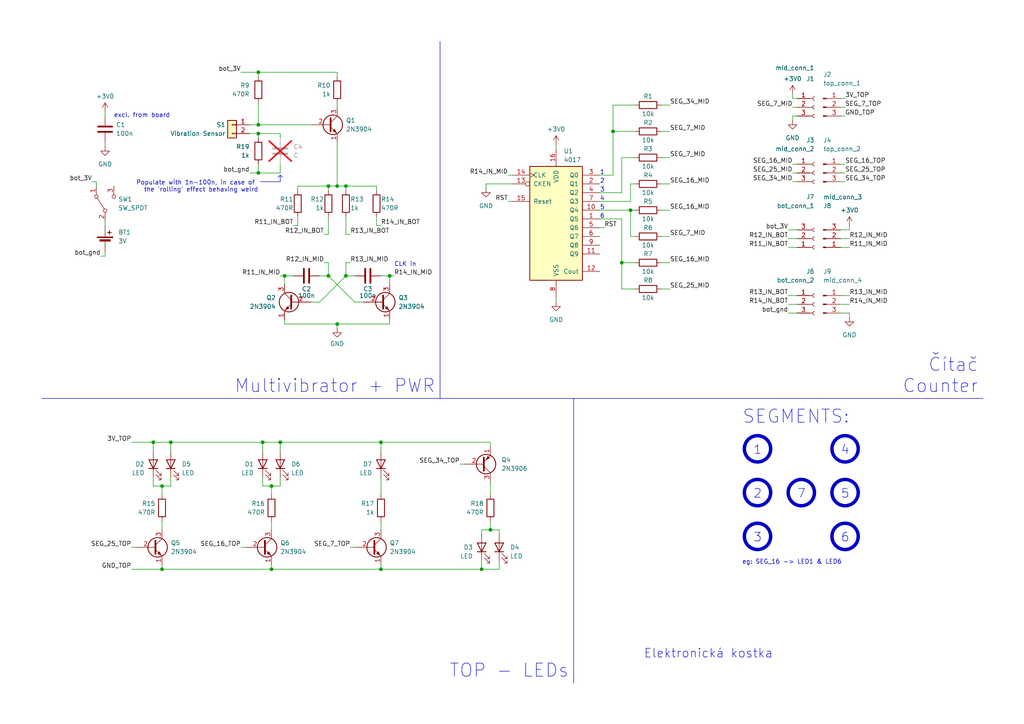
<source format=kicad_sch>
(kicad_sch (version 20230121) (generator eeschema)
  (paper "A4")
  (lib_symbols
    (symbol "4xxx:4017" (pin_names (offset 1.016))
      (property "Reference" "U" (at -7.62 16.51 0))
      (property "Value" "4017" (at -7.62 -19.05 0))
      (symbol "4017_1_0"
        (pin output line (at 12.7 0 180) (length 5.08) (name "Q5") (number "1"))
        (pin output line (at 12.7 2.54 180) (length 5.08) (name "Q4") (number "10"))
        (pin output line (at 12.7 -10.16 180) (length 5.08) (name "Q9") (number "11"))
        (pin output line (at 12.7 -15.24 180) (length 5.08) (name "Cout") (number "12"))
        (pin input inverted (at -12.7 10.16 0) (length 5.08) (name "CKEN") (number "13"))
        (pin input clock (at -12.7 12.7 0) (length 5.08) (name "CLK") (number "14"))
        (pin input line (at -12.7 5.08 0) (length 5.08) (name "Reset") (number "15"))
        (pin power_in line (at 0 20.32 270) (length 5.08) (name "VDD") (number "16"))
        (pin output line (at 12.7 10.16 180) (length 5.08) (name "Q1") (number "2"))
        (pin output line (at 12.7 12.7 180) (length 5.08) (name "Q0") (number "3"))
        (pin output line (at 12.7 7.62 180) (length 5.08) (name "Q2") (number "4"))
        (pin output line (at 12.7 -2.54 180) (length 5.08) (name "Q6") (number "5"))
        (pin output line (at 12.7 -5.08 180) (length 5.08) (name "Q7") (number "6"))
        (pin output line (at 12.7 5.08 180) (length 5.08) (name "Q3") (number "7"))
        (pin power_in line (at 0 -22.86 90) (length 5.08) (name "VSS") (number "8"))
        (pin output line (at 12.7 -7.62 180) (length 5.08) (name "Q8") (number "9"))
      )
      (symbol "4017_1_1"
        (rectangle (start -7.62 15.24) (end 7.62 -17.78) (stroke (width 0.254)) (fill (type background)))
      )
    )
    (symbol "Connector:Conn_01x03_Pin" (pin_names (offset 1.016) hide)
      (property "Reference" "J" (at 0 5.08 0))
      (property "Value" "Conn_01x03_Pin" (at 0 -5.08 0))
      (symbol "Conn_01x03_Pin_1_1"
        (polyline (pts (xy 1.27 -2.54) (xy 0.8636 -2.54)) (stroke (width 0.1524)))
        (polyline (pts (xy 1.27 0) (xy 0.8636 0)) (stroke (width 0.1524)))
        (polyline (pts (xy 1.27 2.54) (xy 0.8636 2.54)) (stroke (width 0.1524)))
        (rectangle (start 0.8636 -2.413) (end 0 -2.667) (stroke (width 0.1524)) (fill (type outline)))
        (rectangle (start 0.8636 0.127) (end 0 -0.127) (stroke (width 0.1524)) (fill (type outline)))
        (rectangle (start 0.8636 2.667) (end 0 2.413) (stroke (width 0.1524)) (fill (type outline)))
        (pin passive line (at 5.08 2.54 180) (length 3.81) (name "Pin_1") (number "1"))
        (pin passive line (at 5.08 0 180) (length 3.81) (name "Pin_2") (number "2"))
        (pin passive line (at 5.08 -2.54 180) (length 3.81) (name "Pin_3") (number "3"))
      )
    )
    (symbol "Connector:Conn_01x03_Socket" (pin_names (offset 1.016) hide)
      (property "Reference" "J" (at 0 5.08 0))
      (property "Value" "Conn_01x03_Socket" (at 0 -5.08 0))
      (symbol "Conn_01x03_Socket_1_1"
        (arc (start 0 -2.032) (mid -0.5058 -2.54) (end 0 -3.048) (stroke (width 0.1524)))
        (polyline (pts (xy -1.27 -2.54) (xy -0.508 -2.54)) (stroke (width 0.1524)))
        (polyline (pts (xy -1.27 0) (xy -0.508 0)) (stroke (width 0.1524)))
        (polyline (pts (xy -1.27 2.54) (xy -0.508 2.54)) (stroke (width 0.1524)))
        (arc (start 0 0.508) (mid -0.5058 0) (end 0 -0.508) (stroke (width 0.1524)))
        (arc (start 0 3.048) (mid -0.5058 2.54) (end 0 2.032) (stroke (width 0.1524)))
        (pin passive line (at -5.08 2.54 0) (length 3.81) (name "Pin_1") (number "1"))
        (pin passive line (at -5.08 0 0) (length 3.81) (name "Pin_2") (number "2"))
        (pin passive line (at -5.08 -2.54 0) (length 3.81) (name "Pin_3") (number "3"))
      )
    )
    (symbol "Connector_Generic:Conn_01x02" (pin_names (offset 1.016) hide)
      (property "Reference" "J" (at 0 2.54 0))
      (property "Value" "Conn_01x02" (at 0 -5.08 0))
      (symbol "Conn_01x02_1_1"
        (rectangle (start -1.27 -2.413) (end 0 -2.667) (stroke (width 0.1524)))
        (rectangle (start -1.27 0.127) (end 0 -0.127) (stroke (width 0.1524)))
        (rectangle (start -1.27 1.27) (end 1.27 -3.81) (stroke (width 0.254)) (fill (type background)))
        (pin passive line (at -5.08 0 0) (length 3.81) (name "Pin_1") (number "1"))
        (pin passive line (at -5.08 -2.54 0) (length 3.81) (name "Pin_2") (number "2"))
      )
    )
    (symbol "Device:Battery_Cell" (pin_numbers hide) (pin_names (offset 0) hide)
      (property "Reference" "BT" (at 2.54 2.54 0))
      (property "Value" "Battery_Cell" (at 2.54 0 0))
      (symbol "Battery_Cell_0_1"
        (rectangle (start -2.286 1.778) (end 2.286 1.524) (fill (type outline)))
        (rectangle (start -1.524 1.016) (end 1.524 0.508) (fill (type outline)))
        (polyline (pts (xy 0 0.762) (xy 0 0)))
        (polyline (pts (xy 0 1.778) (xy 0 2.54)))
        (polyline (pts (xy 0.762 3.048) (xy 1.778 3.048)) (stroke (width 0.254)))
        (polyline (pts (xy 1.27 3.556) (xy 1.27 2.54)) (stroke (width 0.254)))
      )
      (symbol "Battery_Cell_1_1"
        (pin passive line (at 0 5.08 270) (length 2.54) (name "+") (number "1"))
        (pin passive line (at 0 -2.54 90) (length 2.54) (name "-") (number "2"))
      )
    )
    (symbol "Device:C" (pin_numbers hide) (pin_names (offset 0.254))
      (property "Reference" "C" (at 0.635 2.54 0))
      (property "Value" "C" (at 0.635 -2.54 0))
      (symbol "C_0_1"
        (polyline (pts (xy -2.032 -0.762) (xy 2.032 -0.762)) (stroke (width 0.508)))
        (polyline (pts (xy -2.032 0.762) (xy 2.032 0.762)) (stroke (width 0.508)))
      )
      (symbol "C_1_1"
        (pin passive line (at 0 3.81 270) (length 2.794) (name "~") (number "1"))
        (pin passive line (at 0 -3.81 90) (length 2.794) (name "~") (number "2"))
      )
    )
    (symbol "Device:LED" (pin_numbers hide) (pin_names (offset 1.016) hide)
      (property "Reference" "D" (at 0 2.54 0))
      (property "Value" "LED" (at 0 -2.54 0))
      (symbol "LED_0_1"
        (polyline (pts (xy -1.27 -1.27) (xy -1.27 1.27)) (stroke (width 0.254)))
        (polyline (pts (xy -1.27 0) (xy 1.27 0)))
        (polyline (pts (xy 1.27 -1.27) (xy 1.27 1.27) (xy -1.27 0) (xy 1.27 -1.27)) (stroke (width 0.254)))
        (polyline (pts (xy -3.048 -0.762) (xy -4.572 -2.286) (xy -3.81 -2.286) (xy -4.572 -2.286) (xy -4.572 -1.524)))
        (polyline (pts (xy -1.778 -0.762) (xy -3.302 -2.286) (xy -2.54 -2.286) (xy -3.302 -2.286) (xy -3.302 -1.524)))
      )
      (symbol "LED_1_1"
        (pin passive line (at -3.81 0 0) (length 2.54) (name "K") (number "1"))
        (pin passive line (at 3.81 0 180) (length 2.54) (name "A") (number "2"))
      )
    )
    (symbol "Device:R" (pin_numbers hide) (pin_names (offset 0))
      (property "Reference" "R" (at 2.032 0 90))
      (property "Value" "R" (at 0 0 90))
      (symbol "R_0_1"
        (rectangle (start -1.016 -2.54) (end 1.016 2.54) (stroke (width 0.254)))
      )
      (symbol "R_1_1"
        (pin passive line (at 0 3.81 270) (length 1.27) (name "~") (number "1"))
        (pin passive line (at 0 -3.81 90) (length 1.27) (name "~") (number "2"))
      )
    )
    (symbol "Switch:SW_SPDT" (pin_names (offset 0) hide)
      (property "Reference" "SW" (at 0 4.318 0))
      (property "Value" "SW_SPDT" (at 0 -5.08 0))
      (symbol "SW_SPDT_0_0"
        (circle (center -2.032 0) (radius 0.508))
        (circle (center 2.032 -2.54) (radius 0.508))
      )
      (symbol "SW_SPDT_0_1"
        (polyline (pts (xy -1.524 0.254) (xy 1.651 2.286)))
        (circle (center 2.032 2.54) (radius 0.508))
      )
      (symbol "SW_SPDT_1_1"
        (pin passive line (at 5.08 2.54 180) (length 2.54) (name "A") (number "1"))
        (pin passive line (at -5.08 0 0) (length 2.54) (name "B") (number "2"))
        (pin passive line (at 5.08 -2.54 180) (length 2.54) (name "C") (number "3"))
      )
    )
    (symbol "Transistor_BJT:2N3904" (pin_names (offset 0) hide)
      (property "Reference" "Q" (at 5.08 1.905 0))
      (property "Value" "2N3904" (at 5.08 0 0))
      (symbol "2N3904_0_1"
        (polyline (pts (xy 0.635 0.635) (xy 2.54 2.54)))
        (polyline (pts (xy 0.635 -0.635) (xy 2.54 -2.54) (xy 2.54 -2.54)))
        (polyline (pts (xy 0.635 1.905) (xy 0.635 -1.905) (xy 0.635 -1.905)) (stroke (width 0.508)))
        (polyline (pts (xy 1.27 -1.778) (xy 1.778 -1.27) (xy 2.286 -2.286) (xy 1.27 -1.778) (xy 1.27 -1.778)) (fill (type outline)))
        (circle (center 1.27 0) (radius 2.8194) (stroke (width 0.254)))
      )
      (symbol "2N3904_1_1"
        (pin passive line (at 2.54 -5.08 90) (length 2.54) (name "E") (number "1"))
        (pin passive line (at -5.08 0 0) (length 5.715) (name "B") (number "2"))
        (pin passive line (at 2.54 5.08 270) (length 2.54) (name "C") (number "3"))
      )
    )
    (symbol "Transistor_BJT:2N3906" (pin_names (offset 0) hide)
      (property "Reference" "Q" (at 5.08 1.905 0))
      (property "Value" "2N3906" (at 5.08 0 0))
      (symbol "2N3906_0_1"
        (polyline (pts (xy 0.635 0.635) (xy 2.54 2.54)))
        (polyline (pts (xy 0.635 -0.635) (xy 2.54 -2.54) (xy 2.54 -2.54)))
        (polyline (pts (xy 0.635 1.905) (xy 0.635 -1.905) (xy 0.635 -1.905)) (stroke (width 0.508)))
        (polyline (pts (xy 2.286 -1.778) (xy 1.778 -2.286) (xy 1.27 -1.27) (xy 2.286 -1.778) (xy 2.286 -1.778)) (fill (type outline)))
        (circle (center 1.27 0) (radius 2.8194) (stroke (width 0.254)))
      )
      (symbol "2N3906_1_1"
        (pin passive line (at 2.54 -5.08 90) (length 2.54) (name "E") (number "1"))
        (pin input line (at -5.08 0 0) (length 5.715) (name "B") (number "2"))
        (pin passive line (at 2.54 5.08 270) (length 2.54) (name "C") (number "3"))
      )
    )
    (symbol "power:+3V0" (power) (pin_names (offset 0))
      (property "Value" "+3V0" (at 0 3.556 0))
      (symbol "+3V0_0_1"
        (polyline (pts (xy -0.762 1.27) (xy 0 2.54)))
        (polyline (pts (xy 0 0) (xy 0 2.54)))
        (polyline (pts (xy 0 2.54) (xy 0.762 1.27)))
      )
      (symbol "+3V0_1_1"
        (pin power_in line (at 0 0 90) (length 0) hide (name "+3V0") (number "1"))
      )
    )
    (symbol "power:GND" (power) (pin_names (offset 0))
      (property "Value" "GND" (at 0 -3.81 0))
      (symbol "GND_0_1"
        (polyline (pts (xy 0 0) (xy 0 -1.27) (xy 1.27 -1.27) (xy 0 -2.54) (xy -1.27 -1.27) (xy 0 -1.27)))
      )
      (symbol "GND_1_1"
        (pin power_in line (at 0 0 270) (length 0) hide (name "GND") (number "1"))
      )
    )
  )
  (junction (at 49.53 128.27))
  (junction (at 74.93 36.195))
  (junction (at 142.24 153.67))
  (junction (at 139.7 165.1))
  (junction (at 97.79 53.975))
  (junction (at 100.33 53.975))
  (junction (at 76.2 128.27))
  (junction (at 95.25 80.01))
  (junction (at 110.49 165.1))
  (junction (at 78.74 140.97))
  (junction (at 113.03 80.01))
  (junction (at 182.88 60.96))
  (junction (at 81.28 128.27))
  (junction (at 78.74 165.1))
  (junction (at 74.93 38.735))
  (junction (at 95.25 53.975))
  (junction (at 97.79 93.98))
  (junction (at 44.45 128.27))
  (junction (at 177.8 38.1))
  (junction (at 180.34 76.2))
  (junction (at 46.99 140.97))
  (junction (at 74.93 50.165))
  (junction (at 110.49 128.27))
  (junction (at 82.55 80.01))
  (junction (at 46.99 165.1))
  (junction (at 100.33 80.01))
  (junction (at 74.93 20.955))
  (wire (pts (xy 177.8 30.48) (xy 184.15 30.48)))
  (wire (pts (xy 78.74 140.97) (xy 78.74 143.51)))
  (wire (pts (xy 46.99 140.97) (xy 46.99 143.51)))
  (wire (pts (xy 81.28 140.97) (xy 81.28 138.43)))
  (wire (pts (xy 109.22 62.865) (xy 109.22 65.405)))
  (wire (pts (xy 100.33 67.945) (xy 101.6 67.945)))
  (wire (pts (xy 191.77 53.34) (xy 194.31 53.34)))
  (wire (pts (xy 85.09 80.01) (xy 82.55 80.01)))
  (wire (pts (xy 72.39 50.165) (xy 74.93 50.165)))
  (wire (pts (xy 95.25 55.245) (xy 95.25 53.975)))
  (wire (pts (xy 78.74 140.97) (xy 81.28 140.97)))
  (wire (pts (xy 243.84 33.655) (xy 245.11 33.655)))
  (wire (pts (xy 30.48 73.025) (xy 30.48 74.295)))
  (wire (pts (xy 180.34 76.2) (xy 180.34 83.82)))
  (polyline (pts (xy 12.065 115.57) (xy 127.635 115.57)))
  (wire (pts (xy 246.38 92.075) (xy 246.38 90.805)))
  (wire (pts (xy 29.21 74.295) (xy 30.48 74.295)))
  (wire (pts (xy 81.28 128.27) (xy 110.49 128.27)))
  (wire (pts (xy 177.8 50.8) (xy 173.99 50.8)))
  (wire (pts (xy 144.78 153.67) (xy 144.78 154.94)))
  (wire (pts (xy 177.8 38.1) (xy 184.15 38.1)))
  (wire (pts (xy 191.77 76.2) (xy 194.31 76.2)))
  (wire (pts (xy 175.26 66.04) (xy 173.99 66.04)))
  (polyline (pts (xy 127.635 12.065) (xy 127.635 115.57)))
  (wire (pts (xy 86.36 53.975) (xy 86.36 55.245)))
  (wire (pts (xy 100.33 76.2) (xy 100.33 80.01)))
  (wire (pts (xy 139.7 165.1) (xy 144.78 165.1)))
  (wire (pts (xy 27.94 52.705) (xy 27.94 53.975)))
  (wire (pts (xy 74.93 29.845) (xy 74.93 36.195)))
  (wire (pts (xy 82.55 93.98) (xy 97.79 93.98)))
  (wire (pts (xy 38.1 128.27) (xy 44.45 128.27)))
  (polyline (pts (xy 166.37 115.57) (xy 166.37 198.12)))
  (wire (pts (xy 229.87 31.115) (xy 231.14 31.115)))
  (wire (pts (xy 30.48 41.275) (xy 30.48 42.545)))
  (wire (pts (xy 93.98 67.945) (xy 95.25 67.945)))
  (wire (pts (xy 97.79 93.98) (xy 113.03 93.98)))
  (polyline (pts (xy 81.28 50.8) (xy 81.28 52.705)))
  (wire (pts (xy 173.99 63.5) (xy 180.34 63.5)))
  (wire (pts (xy 246.38 65.405) (xy 246.38 66.675)))
  (wire (pts (xy 243.84 85.725) (xy 246.38 85.725)))
  (wire (pts (xy 184.15 68.58) (xy 182.88 68.58)))
  (polyline (pts (xy 127.635 115.57) (xy 166.37 115.57)))
  (wire (pts (xy 228.6 66.675) (xy 231.14 66.675)))
  (wire (pts (xy 86.36 53.975) (xy 95.25 53.975)))
  (wire (pts (xy 173.99 60.96) (xy 182.88 60.96)))
  (wire (pts (xy 81.28 80.01) (xy 82.55 80.01)))
  (wire (pts (xy 81.28 38.735) (xy 74.93 38.735)))
  (wire (pts (xy 110.49 80.01) (xy 113.03 80.01)))
  (wire (pts (xy 72.39 36.195) (xy 74.93 36.195)))
  (wire (pts (xy 76.2 128.27) (xy 81.28 128.27)))
  (wire (pts (xy 147.32 50.8) (xy 148.59 50.8)))
  (wire (pts (xy 69.85 20.955) (xy 74.93 20.955)))
  (wire (pts (xy 110.49 151.13) (xy 110.49 153.67)))
  (wire (pts (xy 228.6 90.805) (xy 231.14 90.805)))
  (wire (pts (xy 228.6 85.725) (xy 231.14 85.725)))
  (wire (pts (xy 139.7 153.67) (xy 142.24 153.67)))
  (wire (pts (xy 246.38 71.755) (xy 243.84 71.755)))
  (wire (pts (xy 74.93 20.955) (xy 74.93 22.225)))
  (wire (pts (xy 191.77 45.72) (xy 194.31 45.72)))
  (wire (pts (xy 44.45 128.27) (xy 44.45 130.81)))
  (wire (pts (xy 182.88 53.34) (xy 182.88 58.42)))
  (wire (pts (xy 44.45 128.27) (xy 49.53 128.27)))
  (wire (pts (xy 49.53 128.27) (xy 49.53 130.81)))
  (polyline (pts (xy 75.565 52.705) (xy 81.28 52.705)))
  (wire (pts (xy 30.48 32.385) (xy 30.48 33.655)))
  (wire (pts (xy 97.79 29.845) (xy 97.79 31.115)))
  (wire (pts (xy 140.97 53.34) (xy 148.59 53.34)))
  (wire (pts (xy 182.88 60.96) (xy 182.88 68.58)))
  (wire (pts (xy 180.34 63.5) (xy 180.34 76.2)))
  (wire (pts (xy 82.55 92.71) (xy 82.55 93.98)))
  (wire (pts (xy 245.11 31.115) (xy 243.84 31.115)))
  (wire (pts (xy 144.78 165.1) (xy 144.78 162.56)))
  (wire (pts (xy 26.67 52.705) (xy 27.94 52.705)))
  (wire (pts (xy 243.84 69.215) (xy 246.38 69.215)))
  (wire (pts (xy 113.03 93.98) (xy 113.03 92.71)))
  (wire (pts (xy 76.2 140.97) (xy 78.74 140.97)))
  (wire (pts (xy 228.6 88.265) (xy 231.14 88.265)))
  (wire (pts (xy 78.74 165.1) (xy 78.74 163.83)))
  (wire (pts (xy 147.32 58.42) (xy 148.59 58.42)))
  (wire (pts (xy 49.53 140.97) (xy 49.53 138.43)))
  (wire (pts (xy 110.49 138.43) (xy 110.49 143.51)))
  (wire (pts (xy 44.45 140.97) (xy 46.99 140.97)))
  (wire (pts (xy 81.28 40.005) (xy 81.28 38.735)))
  (wire (pts (xy 76.2 130.81) (xy 76.2 128.27)))
  (wire (pts (xy 177.8 38.1) (xy 177.8 50.8)))
  (wire (pts (xy 46.99 165.1) (xy 46.99 163.83)))
  (wire (pts (xy 74.93 50.165) (xy 74.93 47.625)))
  (wire (pts (xy 97.79 53.975) (xy 100.33 53.975)))
  (wire (pts (xy 177.8 30.48) (xy 177.8 38.1)))
  (wire (pts (xy 191.77 30.48) (xy 194.31 30.48)))
  (wire (pts (xy 180.34 45.72) (xy 184.15 45.72)))
  (wire (pts (xy 97.79 20.955) (xy 97.79 22.225)))
  (wire (pts (xy 229.87 52.705) (xy 231.14 52.705)))
  (wire (pts (xy 74.93 40.005) (xy 74.93 38.735)))
  (wire (pts (xy 44.45 138.43) (xy 44.45 140.97)))
  (wire (pts (xy 191.77 60.96) (xy 194.31 60.96)))
  (wire (pts (xy 74.93 36.195) (xy 90.17 36.195)))
  (wire (pts (xy 74.93 20.955) (xy 97.79 20.955)))
  (wire (pts (xy 49.53 128.27) (xy 76.2 128.27)))
  (wire (pts (xy 76.2 138.43) (xy 76.2 140.97)))
  (wire (pts (xy 245.11 50.165) (xy 243.84 50.165)))
  (wire (pts (xy 180.34 55.88) (xy 173.99 55.88)))
  (wire (pts (xy 191.77 68.58) (xy 194.31 68.58)))
  (wire (pts (xy 243.84 28.575) (xy 245.11 28.575)))
  (wire (pts (xy 246.38 90.805) (xy 243.84 90.805)))
  (wire (pts (xy 113.03 80.01) (xy 113.03 82.55)))
  (wire (pts (xy 110.49 128.27) (xy 110.49 130.81)))
  (wire (pts (xy 81.28 47.625) (xy 81.28 50.165)))
  (wire (pts (xy 78.74 151.13) (xy 78.74 153.67)))
  (wire (pts (xy 92.71 80.01) (xy 95.25 80.01)))
  (wire (pts (xy 69.85 158.75) (xy 71.12 158.75)))
  (wire (pts (xy 72.39 38.735) (xy 74.93 38.735)))
  (wire (pts (xy 82.55 80.01) (xy 82.55 82.55)))
  (wire (pts (xy 139.7 162.56) (xy 139.7 165.1)))
  (wire (pts (xy 109.22 65.405) (xy 110.49 65.405)))
  (wire (pts (xy 231.14 33.655) (xy 229.87 33.655)))
  (wire (pts (xy 38.1 165.1) (xy 46.99 165.1)))
  (wire (pts (xy 109.22 53.975) (xy 109.22 55.245)))
  (wire (pts (xy 191.77 83.82) (xy 194.31 83.82)))
  (polyline (pts (xy 80.645 51.435) (xy 81.28 50.8)))
  (wire (pts (xy 139.7 154.94) (xy 139.7 153.67)))
  (polyline (pts (xy 166.37 115.57) (xy 285.115 115.57)))
  (wire (pts (xy 46.99 165.1) (xy 78.74 165.1)))
  (wire (pts (xy 46.99 140.97) (xy 49.53 140.97)))
  (wire (pts (xy 161.29 87.63) (xy 161.29 86.36)))
  (wire (pts (xy 90.17 87.63) (xy 92.71 87.63)))
  (wire (pts (xy 229.87 47.625) (xy 231.14 47.625)))
  (wire (pts (xy 81.28 128.27) (xy 81.28 130.81)))
  (wire (pts (xy 229.87 33.655) (xy 229.87 34.925)))
  (wire (pts (xy 140.97 54.61) (xy 140.97 53.34)))
  (wire (pts (xy 38.1 158.75) (xy 39.37 158.75)))
  (wire (pts (xy 78.74 165.1) (xy 110.49 165.1)))
  (wire (pts (xy 142.24 151.13) (xy 142.24 153.67)))
  (wire (pts (xy 46.99 151.13) (xy 46.99 153.67)))
  (wire (pts (xy 161.29 41.91) (xy 161.29 43.18)))
  (wire (pts (xy 228.6 71.755) (xy 231.14 71.755)))
  (wire (pts (xy 142.24 128.27) (xy 142.24 129.54)))
  (wire (pts (xy 229.87 50.165) (xy 231.14 50.165)))
  (wire (pts (xy 110.49 165.1) (xy 110.49 163.83)))
  (wire (pts (xy 228.6 69.215) (xy 231.14 69.215)))
  (wire (pts (xy 85.09 65.405) (xy 86.36 65.405)))
  (wire (pts (xy 100.33 53.975) (xy 109.22 53.975)))
  (wire (pts (xy 100.33 80.01) (xy 102.87 80.01)))
  (wire (pts (xy 182.88 58.42) (xy 173.99 58.42)))
  (polyline (pts (xy 81.915 51.435) (xy 81.28 50.8)))
  (wire (pts (xy 95.25 62.865) (xy 95.25 67.945)))
  (wire (pts (xy 30.48 64.135) (xy 30.48 65.405)))
  (wire (pts (xy 182.88 60.96) (xy 184.15 60.96)))
  (wire (pts (xy 114.3 80.01) (xy 113.03 80.01)))
  (wire (pts (xy 102.87 87.63) (xy 105.41 87.63)))
  (wire (pts (xy 97.79 93.98) (xy 97.79 95.25)))
  (wire (pts (xy 100.33 62.865) (xy 100.33 67.945)))
  (wire (pts (xy 229.87 27.305) (xy 229.87 28.575)))
  (wire (pts (xy 246.38 66.675) (xy 243.84 66.675)))
  (wire (pts (xy 133.35 134.62) (xy 134.62 134.62)))
  (wire (pts (xy 100.33 53.975) (xy 100.33 55.245)))
  (wire (pts (xy 191.77 38.1) (xy 194.31 38.1)))
  (wire (pts (xy 81.28 50.165) (xy 74.93 50.165)))
  (wire (pts (xy 243.84 88.265) (xy 246.38 88.265)))
  (wire (pts (xy 95.25 53.975) (xy 97.79 53.975)))
  (wire (pts (xy 93.98 76.2) (xy 95.25 76.2)))
  (wire (pts (xy 86.36 62.865) (xy 86.36 65.405)))
  (wire (pts (xy 95.25 80.01) (xy 102.87 87.63)))
  (wire (pts (xy 110.49 128.27) (xy 142.24 128.27)))
  (wire (pts (xy 180.34 83.82) (xy 184.15 83.82)))
  (wire (pts (xy 245.11 52.705) (xy 243.84 52.705)))
  (wire (pts (xy 229.87 28.575) (xy 231.14 28.575)))
  (wire (pts (xy 142.24 139.7) (xy 142.24 143.51)))
  (wire (pts (xy 142.24 153.67) (xy 144.78 153.67)))
  (wire (pts (xy 101.6 76.2) (xy 100.33 76.2)))
  (wire (pts (xy 180.34 76.2) (xy 184.15 76.2)))
  (wire (pts (xy 95.25 80.01) (xy 95.25 76.2)))
  (wire (pts (xy 182.88 53.34) (xy 184.15 53.34)))
  (wire (pts (xy 97.79 41.275) (xy 97.79 53.975)))
  (wire (pts (xy 245.11 47.625) (xy 243.84 47.625)))
  (wire (pts (xy 101.6 158.75) (xy 102.87 158.75)))
  (wire (pts (xy 180.34 45.72) (xy 180.34 55.88)))
  (wire (pts (xy 110.49 165.1) (xy 139.7 165.1)))
  (wire (pts (xy 92.71 87.63) (xy 100.33 80.01)))
  (circle (center 219.71 155.575) (radius 3.81) (stroke (width 1)))
  (circle (center 219.71 142.875) (radius 3.81) (stroke (width 1)))
  (circle (center 219.71 130.175) (radius 3.81) (stroke (width 1)))
  (circle (center 245.11 155.575) (radius 3.81) (stroke (width 1)))
  (circle (center 245.11 130.175) (radius 3.81) (stroke (width 1)))
  (circle (center 232.41 142.875) (radius 3.81) (stroke (width 1)))
  (circle (center 245.11 142.875) (radius 3.81) (stroke (width 1)))
  (text "Čítač\nCounter" (at 283.845 114.3 0) (effects (font (size 3.81 3.81)) (justify right bottom)))
  (text "SEGMENTS:" (at 215.265 123.19 0) (effects (font (size 3.81 3.81)) (justify left bottom)))
  (text "7\n" (at 231.14 144.78 0) (effects (font (size 2.54 2.54)) (justify left bottom)))
  (text "5" (at 173.99 60.96 0) (effects (font (size 1.27 1.27)) (justify left bottom)))
  (text "6" (at 173.99 63.5 0) (effects (font (size 1.27 1.27)) (justify left bottom)))
  (text "1\n" (at 218.44 132.08 0) (effects (font (size 2.54 2.54)) (justify left bottom)))
  (text "4" (at 173.99 58.42 0) (effects (font (size 1.27 1.27)) (justify left bottom)))
  (text "CLK in" (at 114.3 77.47 0) (effects (font (size 1.27 1.27)) (justify left bottom)))
  (text "2" (at 173.99 53.34 0) (effects (font (size 1.27 1.27)) (justify left bottom)))
  (text "1" (at 173.99 50.8 0) (effects (font (size 1.27 1.27)) (justify left bottom)))
  (text "Elektronická kostka" (at 186.69 191.135 0) (effects (font (size 2.54 2.54)) (justify left bottom)))
  (text "3" (at 173.99 55.88 0) (effects (font (size 1.27 1.27)) (justify left bottom)))
  (text "4\n" (at 243.84 132.08 0) (effects (font (size 2.54 2.54)) (justify left bottom)))
  (text "5\n" (at 243.84 144.78 0) (effects (font (size 2.54 2.54)) (justify left bottom)))
  (text "2\n" (at 218.44 144.78 0) (effects (font (size 2.54 2.54)) (justify left bottom)))
  (text "excl. from board" (at 33.02 34.29 0) (effects (font (size 1.27 1.27)) (justify left bottom)))
  (text "3\n" (at 218.44 157.48 0) (effects (font (size 2.54 2.54)) (justify left bottom)))
  (text "Multivibrator + PWR" (at 126.365 114.3 0) (effects (font (size 3.81 3.81)) (justify right bottom)))
  (text "eg: SEG_16 -> LED1 & LED6" (at 215.265 163.83 0) (effects (font (size 1.27 1.27)) (justify left bottom)))
  (text "6\n" (at 243.84 157.48 0) (effects (font (size 2.54 2.54)) (justify left bottom)))
  (text "Populate with 1n-100n, in case of \nthe 'rolling' effect behaving weird" (at 74.93 55.88 0) (effects (font (size 1.27 1.27)) (justify right bottom)))
  (text "\nTOP - LEDs" (at 165.1 196.85 0) (effects (font (size 3.81 3.81)) (justify right bottom)))
  (label "SEG_7_MID" (at 194.31 68.58 0))
  (label "bot_3V" (at 228.6 66.675 180))
  (label "SEG_16_MID" (at 229.87 47.625 180))
  (label "R12_IN_BOT" (at 228.6 69.215 180))
  (label "SEG_25_MID" (at 229.87 50.165 180))
  (label "R13_IN_BOT" (at 228.6 85.725 180))
  (label "SEG_34_MID" (at 229.87 52.705 180))
  (label "R14_IN_BOT" (at 228.6 88.265 180))
  (label "R13_IN_BOT" (at 101.6 67.945 0))
  (label "SEG_16_MID" (at 194.31 76.2 0))
  (label "R11_IN_BOT" (at 228.6 71.755 180))
  (label "SEG_7_MID" (at 229.87 31.115 180))
  (label "SEG_25_TOP" (at 245.11 50.165 0))
  (label "SEG_34_TOP" (at 133.35 134.62 180))
  (label "R11_IN_BOT" (at 85.09 65.405 180))
  (label "R14_IN_MID" (at 114.3 80.01 0))
  (label "R11_IN_MID" (at 81.28 80.01 180))
  (label "SEG_25_MID" (at 194.31 83.82 0))
  (label "3V_TOP" (at 245.11 28.575 0))
  (label "R13_IN_MID" (at 101.6 76.2 0))
  (label "bot_3V" (at 26.67 52.705 180))
  (label "R14_IN_MID" (at 147.32 50.8 180))
  (label "bot_gnd" (at 72.39 50.165 180))
  (label "bot_3V" (at 69.85 20.955 180))
  (label "SEG_25_TOP" (at 38.1 158.75 180))
  (label "bot_gnd" (at 228.6 90.805 180))
  (label "GND_TOP" (at 245.11 33.655 0))
  (label "SEG_16_MID" (at 194.31 60.96 0))
  (label "GND_TOP" (at 38.1 165.1 180))
  (label "SEG_16_TOP" (at 69.85 158.75 180))
  (label "R14_IN_MID" (at 246.38 88.265 0))
  (label "SEG_7_MID" (at 194.31 45.72 0))
  (label "SEG_16_MID" (at 194.31 53.34 0))
  (label "R11_IN_MID" (at 246.38 71.755 0))
  (label "R12_IN_MID" (at 93.98 76.2 180))
  (label "R12_IN_BOT" (at 93.98 67.945 180))
  (label "SEG_16_TOP" (at 245.11 47.625 0))
  (label "SEG_34_MID" (at 194.31 30.48 0))
  (label "SEG_7_MID" (at 194.31 38.1 0))
  (label "RST" (at 147.32 58.42 180))
  (label "bot_gnd" (at 29.21 74.295 180))
  (label "R13_IN_MID" (at 246.38 85.725 0))
  (label "R14_IN_BOT" (at 110.49 65.405 0))
  (label "3V_TOP" (at 38.1 128.27 180))
  (label "SEG_7_TOP" (at 245.11 31.115 0))
  (label "RST" (at 175.26 66.04 0))
  (label "SEG_34_TOP" (at 245.11 52.705 0))
  (label "SEG_7_TOP" (at 101.6 158.75 180))
  (label "R12_IN_MID" (at 246.38 69.215 0))
  (symbol (lib_id "Transistor_BJT:2N3904") (at 110.49 87.63 0) (unit 1)
    (property "Reference" "Q3" (at 115.57 86.36 0) (effects (justify left)))
    (property "Value" "2N3904" (at 115.57 88.9 0) (effects (justify left)))
    (property "Footprint" "Package_TO_SOT_THT:TO-92_Inline_Wide" (effects hide))
    (property "Datasheet" "https://www.onsemi.com/pub/Collateral/2N3903-D.PDF" (effects hide))
  )
  (symbol (lib_id "Connector_Generic:Conn_01x02") (at 67.31 36.195 0) (mirror y) (unit 1)
    (property "Reference" "S1" (at 65.405 36.195 0) (effects (justify left)))
    (property "Value" "Vibration Sensor" (at 65.405 38.735 0) (effects (justify left)))
    (property "Footprint" "kit-fp:SW-420" (effects hide))
  )
  (symbol (lib_id "Device:R") (at 109.22 59.055 0) (unit 1)
    (property "Reference" "R14" (at 110.49 57.785 0) (effects (justify left)))
    (property "Value" "470R" (at 110.49 60.325 0) (effects (justify left)))
    (property "Footprint" "Resistor_THT:R_Axial_DIN0207_L6.3mm_D2.5mm_P10.16mm_Horizontal" (effects hide))
  )
  (symbol (lib_id "Device:LED") (at 110.49 134.62 90) (unit 1)
    (property "Reference" "D7" (at 107.95 134.62 90) (effects (justify left)))
    (property "Value" "LED" (at 107.95 137.16 90) (effects (justify left)))
    (property "Footprint" "kit-fp:LED_D5.0mm_Marked" (effects hide))
  )
  (symbol (lib_id "Device:R") (at 187.96 45.72 90) (unit 1)
    (property "Reference" "R3" (at 187.96 43.18 90))
    (property "Value" "10k" (at 187.96 48.26 90))
    (property "Footprint" "Resistor_THT:R_Axial_DIN0207_L6.3mm_D2.5mm_P10.16mm_Horizontal" (effects hide))
  )
  (symbol (lib_id "Device:R") (at 86.36 59.055 0) (mirror y) (unit 1)
    (property "Reference" "R11" (at 85.09 57.785 0) (effects (justify left)))
    (property "Value" "470R" (at 85.09 60.325 0) (effects (justify left)))
    (property "Footprint" "Resistor_THT:R_Axial_DIN0207_L6.3mm_D2.5mm_P10.16mm_Horizontal" (effects hide))
  )
  (symbol (lib_id "power:GND") (at 140.97 54.61 0) (unit 1)
    (property "Reference" "#PWR02" (effects hide))
    (property "Value" "GND" (at 140.97 59.69 0))
  )
  (symbol (lib_id "Device:R") (at 100.33 59.055 0) (unit 1)
    (property "Reference" "R13" (at 101.6 57.785 0) (effects (justify left)))
    (property "Value" "1k" (at 101.6 60.325 0) (effects (justify left)))
    (property "Footprint" "Resistor_THT:R_Axial_DIN0207_L6.3mm_D2.5mm_P10.16mm_Horizontal" (effects hide))
  )
  (symbol (lib_id "Device:R") (at 97.79 26.035 0) (mirror y) (unit 1)
    (property "Reference" "R10" (at 95.885 24.765 0) (effects (justify left)))
    (property "Value" "1k" (at 95.885 27.305 0) (effects (justify left)))
    (property "Footprint" "Resistor_THT:R_Axial_DIN0207_L6.3mm_D2.5mm_P10.16mm_Horizontal" (effects hide))
  )
  (symbol (lib_id "Connector:Conn_01x03_Pin") (at 238.76 50.165 0) (unit 1)
    (property "Reference" "J4" (at 238.76 40.64 0) (effects (justify left)))
    (property "Value" "top_conn_2" (at 238.76 43.18 0) (effects (justify left)))
    (property "Footprint" "Connector_PinSocket_2.54mm:PinSocket_1x03_P2.54mm_Vertical" (effects hide))
  )
  (symbol (lib_id "power:GND") (at 30.48 42.545 0) (unit 1)
    (property "Reference" "#PWR010" (effects hide))
    (property "Value" "GND" (at 30.48 47.625 0))
  )
  (symbol (lib_id "Connector:Conn_01x03_Pin") (at 238.76 88.265 0) (unit 1)
    (property "Reference" "J9" (at 238.76 78.74 0) (effects (justify left)))
    (property "Value" "mid_conn_4" (at 238.76 81.28 0) (effects (justify left)))
    (property "Footprint" "Connector_PinSocket_2.54mm:PinSocket_1x03_P2.54mm_Vertical" (effects hide))
  )
  (symbol (lib_id "power:+3V0") (at 30.48 32.385 0) (unit 1)
    (property "Reference" "#PWR07" (effects hide))
    (property "Value" "+3V0" (at 30.48 27.94 0))
  )
  (symbol (lib_id "power:+3V0") (at 161.29 41.91 0) (unit 1)
    (property "Reference" "#PWR01" (effects hide))
    (property "Value" "+3V0" (at 161.29 37.465 0))
  )
  (symbol (lib_id "power:GND") (at 229.87 34.925 0) (unit 1)
    (property "Reference" "#PWR05" (effects hide))
    (property "Value" "GND" (at 229.87 40.005 0))
  )
  (symbol (lib_id "Transistor_BJT:2N3904") (at 85.09 87.63 0) (mirror y) (unit 1)
    (property "Reference" "Q2" (at 80.01 86.36 0) (effects (justify left)))
    (property "Value" "2N3904" (at 80.01 88.9 0) (effects (justify left)))
    (property "Footprint" "Package_TO_SOT_THT:TO-92_Inline_Wide" (effects hide))
    (property "Datasheet" "https://www.onsemi.com/pub/Collateral/2N3903-D.PDF" (effects hide))
  )
  (symbol (lib_id "power:+3V0") (at 246.38 65.405 0) (unit 1)
    (property "Reference" "#PWR06" (effects hide))
    (property "Value" "+3V0" (at 246.38 60.96 0))
  )
  (symbol (lib_id "Device:LED") (at 81.28 134.62 90) (unit 1)
    (property "Reference" "D6" (at 84.455 134.62 90) (effects (justify right)))
    (property "Value" "LED" (at 84.455 137.16 90) (effects (justify right)))
    (property "Footprint" "kit-fp:LED_D5.0mm_Marked" (effects hide))
  )
  (symbol (lib_id "Device:R") (at 74.93 26.035 0) (mirror y) (unit 1)
    (property "Reference" "R9" (at 72.39 24.765 0) (effects (justify left)))
    (property "Value" "470R" (at 72.39 27.305 0) (effects (justify left)))
    (property "Footprint" "Resistor_THT:R_Axial_DIN0207_L6.3mm_D2.5mm_P10.16mm_Horizontal" (effects hide))
  )
  (symbol (lib_id "Connector:Conn_01x03_Pin") (at 238.76 69.215 0) (mirror x) (unit 1)
    (property "Reference" "J8" (at 238.76 59.69 0) (effects (justify left)))
    (property "Value" "mid_conn_3" (at 238.76 57.15 0) (effects (justify left)))
    (property "Footprint" "Connector_PinSocket_2.54mm:PinSocket_1x03_P2.54mm_Vertical" (effects hide))
  )
  (symbol (lib_id "Transistor_BJT:2N3904") (at 95.25 36.195 0) (unit 1)
    (property "Reference" "Q1" (at 100.33 34.925 0) (effects (justify left)))
    (property "Value" "2N3904" (at 100.33 37.465 0) (effects (justify left)))
    (property "Footprint" "Package_TO_SOT_THT:TO-92_Inline_Wide" (effects hide))
    (property "Datasheet" "https://www.onsemi.com/pub/Collateral/2N3903-D.PDF" (effects hide))
  )
  (symbol (lib_id "power:+3V0") (at 229.87 27.305 0) (unit 1)
    (property "Reference" "#PWR04" (effects hide))
    (property "Value" "+3V0" (at 229.87 22.86 0))
  )
  (symbol (lib_id "Device:R") (at 187.96 30.48 90) (unit 1)
    (property "Reference" "R1" (at 187.96 27.94 90))
    (property "Value" "10k" (at 187.96 33.02 90))
    (property "Footprint" "Resistor_THT:R_Axial_DIN0207_L6.3mm_D2.5mm_P10.16mm_Horizontal" (effects hide))
  )
  (symbol (lib_id "Connector:Conn_01x03_Socket") (at 236.22 69.215 0) (mirror x) (unit 1)
    (property "Reference" "J6" (at 236.22 78.74 0) (effects (justify right)))
    (property "Value" "bot_conn_1" (at 236.22 59.69 0) (effects (justify right)))
    (property "Footprint" "Connector_PinHeader_2.54mm:PinHeader_1x03_P2.54mm_Vertical" (effects hide))
  )
  (symbol (lib_id "Switch:SW_SPDT") (at 30.48 59.055 90) (unit 1)
    (property "Reference" "SW1" (at 34.29 57.785 90) (effects (justify right)))
    (property "Value" "SW_SPDT" (at 34.29 60.325 90) (effects (justify right)))
    (property "Footprint" "Connector_PinHeader_2.54mm:PinHeader_1x03_P2.54mm_Vertical" (effects hide))
  )
  (symbol (lib_id "Connector:Conn_01x03_Socket") (at 236.22 31.115 0) (unit 1)
    (property "Reference" "J1" (at 236.22 22.86 0) (effects (justify right)))
    (property "Value" "mid_conn_1" (at 236.22 19.685 0) (effects (justify right)))
    (property "Footprint" "Connector_PinHeader_2.54mm:PinHeader_1x03_P2.54mm_Vertical" (effects hide))
  )
  (symbol (lib_id "Connector:Conn_01x03_Socket") (at 236.22 50.165 0) (unit 1)
    (property "Reference" "J3" (at 236.22 40.64 0) (effects (justify right)))
    (property "Value" "mid_conn_2" (at 236.22 43.18 0) (effects (justify right)))
    (property "Footprint" "Connector_PinHeader_2.54mm:PinHeader_1x03_P2.54mm_Vertical" (effects hide))
  )
  (symbol (lib_id "Connector:Conn_01x03_Pin") (at 238.76 31.115 0) (unit 1)
    (property "Reference" "J2" (at 238.76 21.59 0) (effects (justify left)))
    (property "Value" "top_conn_1" (at 238.76 24.13 0) (effects (justify left)))
    (property "Footprint" "Connector_PinSocket_2.54mm:PinSocket_1x03_P2.54mm_Vertical" (effects hide))
  )
  (symbol (lib_id "Device:R") (at 187.96 76.2 90) (unit 1)
    (property "Reference" "R7" (at 187.96 73.66 90))
    (property "Value" "10k" (at 187.96 78.74 90))
    (property "Footprint" "Resistor_THT:R_Axial_DIN0207_L6.3mm_D2.5mm_P10.16mm_Horizontal" (effects hide))
  )
  (symbol (lib_id "Device:R") (at 95.25 59.055 0) (mirror y) (unit 1)
    (property "Reference" "R12" (at 93.98 57.785 0) (effects (justify left)))
    (property "Value" "1k" (at 93.98 60.325 0) (effects (justify left)))
    (property "Footprint" "Resistor_THT:R_Axial_DIN0207_L6.3mm_D2.5mm_P10.16mm_Horizontal" (effects hide))
  )
  (symbol (lib_id "power:GND") (at 161.29 87.63 0) (unit 1)
    (property "Reference" "#PWR03" (effects hide))
    (property "Value" "GND" (at 161.29 92.71 0))
  )
  (symbol (lib_id "power:GND") (at 246.38 92.075 0) (unit 1)
    (property "Reference" "#PWR011" (effects hide))
    (property "Value" "GND" (at 246.38 97.155 0))
  )
  (symbol (lib_id "Device:Battery_Cell") (at 30.48 70.485 0) (unit 1)
    (property "Reference" "BT1" (at 34.29 67.3735 0) (effects (justify left)))
    (property "Value" "3V" (at 34.29 69.9135 0) (effects (justify left)))
    (property "Footprint" "kit-fp:CONNFLY_DS1092-04" (effects hide))
  )
  (symbol (lib_id "Device:C") (at 30.48 37.465 0) (unit 1) (on_board no)
    (property "Reference" "C1" (at 33.655 36.195 0) (effects (justify left)))
    (property "Value" "100n" (at 33.655 38.735 0) (effects (justify left)))
    (property "Footprint" "Capacitor_THT:C_Disc_D6.0mm_W2.5mm_P5.00mm" (effects hide))
  )
  (symbol (lib_id "Transistor_BJT:2N3906") (at 139.7 134.62 0) (mirror x) (unit 1)
    (property "Reference" "Q4" (at 145.415 133.35 0) (effects (justify left)))
    (property "Value" "2N3906" (at 145.415 135.89 0) (effects (justify left)))
    (property "Footprint" "Package_TO_SOT_THT:TO-92_Inline_Wide" (effects hide))
    (property "Datasheet" "https://www.onsemi.com/pub/Collateral/2N3906-D.PDF" (effects hide))
  )
  (symbol (lib_id "Device:LED") (at 144.78 158.75 90) (unit 1)
    (property "Reference" "D4" (at 147.955 158.75 90) (effects (justify right)))
    (property "Value" "LED" (at 147.955 161.29 90) (effects (justify right)))
    (property "Footprint" "kit-fp:LED_D5.0mm_Marked" (effects hide))
  )
  (symbol (lib_id "Transistor_BJT:2N3904") (at 76.2 158.75 0) (unit 1)
    (property "Reference" "Q6" (at 81.28 157.48 0) (effects (justify left)))
    (property "Value" "2N3904" (at 81.28 160.02 0) (effects (justify left)))
    (property "Footprint" "Package_TO_SOT_THT:TO-92_Inline_Wide" (effects hide))
    (property "Datasheet" "https://www.onsemi.com/pub/Collateral/2N3903-D.PDF" (effects hide))
  )
  (symbol (lib_id "Device:LED") (at 44.45 134.62 90) (unit 1)
    (property "Reference" "D2" (at 41.91 134.62 90) (effects (justify left)))
    (property "Value" "LED" (at 41.91 137.16 90) (effects (justify left)))
    (property "Footprint" "kit-fp:LED_D5.0mm_Marked" (effects hide))
  )
  (symbol (lib_id "power:GND") (at 97.79 95.25 0) (unit 1)
    (property "Reference" "#PWR012" (effects hide))
    (property "Value" "GND" (at 97.79 99.695 0))
  )
  (symbol (lib_id "Device:R") (at 74.93 43.815 0) (mirror y) (unit 1)
    (property "Reference" "R19" (at 72.39 42.545 0) (effects (justify left)))
    (property "Value" "1k" (at 72.39 45.085 0) (effects (justify left)))
    (property "Footprint" "Resistor_THT:R_Axial_DIN0207_L6.3mm_D2.5mm_P10.16mm_Horizontal" (effects hide))
  )
  (symbol (lib_id "Device:LED") (at 139.7 158.75 90) (unit 1)
    (property "Reference" "D3" (at 137.16 158.75 90) (effects (justify left)))
    (property "Value" "LED" (at 137.16 161.29 90) (effects (justify left)))
    (property "Footprint" "kit-fp:LED_D5.0mm_Marked" (effects hide))
  )
  (symbol (lib_id "Device:C") (at 88.9 80.01 90) (unit 1)
    (property "Reference" "C2" (at 88.9 83.82 90))
    (property "Value" "100n" (at 88.9 85.725 90))
    (property "Footprint" "Capacitor_THT:C_Disc_D6.0mm_W2.5mm_P5.00mm" (effects hide))
  )
  (symbol (lib_id "Device:R") (at 187.96 83.82 90) (unit 1)
    (property "Reference" "R8" (at 187.96 81.28 90))
    (property "Value" "10k" (at 187.96 86.36 90))
    (property "Footprint" "Resistor_THT:R_Axial_DIN0207_L6.3mm_D2.5mm_P10.16mm_Horizontal" (effects hide))
  )
  (symbol (lib_id "Device:R") (at 78.74 147.32 0) (mirror y) (unit 1)
    (property "Reference" "R16" (at 76.835 146.05 0) (effects (justify left)))
    (property "Value" "470R" (at 76.835 148.59 0) (effects (justify left)))
    (property "Footprint" "Resistor_THT:R_Axial_DIN0207_L6.3mm_D2.5mm_P10.16mm_Horizontal" (effects hide))
  )
  (symbol (lib_id "Transistor_BJT:2N3904") (at 44.45 158.75 0) (unit 1)
    (property "Reference" "Q5" (at 49.53 157.48 0) (effects (justify left)))
    (property "Value" "2N3904" (at 49.53 160.02 0) (effects (justify left)))
    (property "Footprint" "Package_TO_SOT_THT:TO-92_Inline_Wide" (effects hide))
    (property "Datasheet" "https://www.onsemi.com/pub/Collateral/2N3903-D.PDF" (effects hide))
  )
  (symbol (lib_id "Device:C") (at 81.28 43.815 0) (unit 1) (dnp yes)
    (property "Reference" "C4" (at 85.09 42.545 0) (effects (justify left)))
    (property "Value" "C" (at 85.09 45.085 0) (effects (justify left)))
    (property "Footprint" "Capacitor_THT:C_Disc_D6.0mm_W2.5mm_P5.00mm" (effects hide))
  )
  (symbol (lib_id "Device:R") (at 187.96 60.96 90) (unit 1)
    (property "Reference" "R5" (at 187.96 58.42 90))
    (property "Value" "10k" (at 187.96 63.5 90))
    (property "Footprint" "Resistor_THT:R_Axial_DIN0207_L6.3mm_D2.5mm_P10.16mm_Horizontal" (effects hide))
  )
  (symbol (lib_id "Device:LED") (at 76.2 134.62 90) (unit 1)
    (property "Reference" "D1" (at 73.66 134.62 90) (effects (justify left)))
    (property "Value" "LED" (at 73.66 137.16 90) (effects (justify left)))
    (property "Footprint" "kit-fp:LED_D5.0mm_Marked" (effects hide))
  )
  (symbol (lib_id "Device:R") (at 46.99 147.32 0) (mirror y) (unit 1)
    (property "Reference" "R15" (at 45.085 146.05 0) (effects (justify left)))
    (property "Value" "470R" (at 45.085 148.59 0) (effects (justify left)))
    (property "Footprint" "Resistor_THT:R_Axial_DIN0207_L6.3mm_D2.5mm_P10.16mm_Horizontal" (effects hide))
  )
  (symbol (lib_id "Device:R") (at 187.96 68.58 90) (unit 1)
    (property "Reference" "R6" (at 187.96 66.04 90))
    (property "Value" "10k" (at 187.96 71.12 90))
    (property "Footprint" "Resistor_THT:R_Axial_DIN0207_L6.3mm_D2.5mm_P10.16mm_Horizontal" (effects hide))
  )
  (symbol (lib_id "Device:R") (at 142.24 147.32 0) (mirror y) (unit 1)
    (property "Reference" "R18" (at 140.335 146.05 0) (effects (justify left)))
    (property "Value" "470R" (at 140.335 148.59 0) (effects (justify left)))
    (property "Footprint" "Resistor_THT:R_Axial_DIN0207_L6.3mm_D2.5mm_P10.16mm_Horizontal" (effects hide))
  )
  (symbol (lib_id "Device:LED") (at 49.53 134.62 90) (unit 1)
    (property "Reference" "D5" (at 52.705 134.62 90) (effects (justify right)))
    (property "Value" "LED" (at 52.705 137.16 90) (effects (justify right)))
    (property "Footprint" "kit-fp:LED_D5.0mm_Marked" (effects hide))
  )
  (symbol (lib_id "Device:R") (at 110.49 147.32 0) (mirror y) (unit 1)
    (property "Reference" "R17" (at 108.585 146.05 0) (effects (justify left)))
    (property "Value" "1k" (at 108.585 148.59 0) (effects (justify left)))
    (property "Footprint" "Resistor_THT:R_Axial_DIN0207_L6.3mm_D2.5mm_P10.16mm_Horizontal" (effects hide))
  )
  (symbol (lib_id "Device:R") (at 187.96 53.34 90) (unit 1)
    (property "Reference" "R4" (at 187.96 50.8 90))
    (property "Value" "10k" (at 187.96 55.88 90))
    (property "Footprint" "Resistor_THT:R_Axial_DIN0207_L6.3mm_D2.5mm_P10.16mm_Horizontal" (effects hide))
  )
  (symbol (lib_id "Transistor_BJT:2N3904") (at 107.95 158.75 0) (unit 1)
    (property "Reference" "Q7" (at 113.03 157.48 0) (effects (justify left)))
    (property "Value" "2N3904" (at 113.03 160.02 0) (effects (justify left)))
    (property "Footprint" "Package_TO_SOT_THT:TO-92_Inline_Wide" (effects hide))
    (property "Datasheet" "https://www.onsemi.com/pub/Collateral/2N3903-D.PDF" (effects hide))
  )
  (symbol (lib_id "Device:C") (at 106.68 80.01 90) (unit 1)
    (property "Reference" "C3" (at 106.68 83.82 90))
    (property "Value" "100n" (at 106.68 85.725 90))
    (property "Footprint" "Capacitor_THT:C_Disc_D6.0mm_W2.5mm_P5.00mm" (effects hide))
  )
  (symbol (lib_id "Device:R") (at 187.96 38.1 90) (unit 1)
    (property "Reference" "R2" (at 187.96 35.56 90))
    (property "Value" "10k" (at 187.96 40.64 90))
    (property "Footprint" "Resistor_THT:R_Axial_DIN0207_L6.3mm_D2.5mm_P10.16mm_Horizontal" (effects hide))
  )
  (symbol (lib_id "Connector:Conn_01x03_Socket") (at 236.22 88.265 0) (unit 1)
    (property "Reference" "J7" (at 236.22 57.785 0) (effects (justify right bottom)))
    (property "Value" "bot_conn_2" (at 236.22 81.28 0) (effects (justify right)))
    (property "Footprint" "Connector_PinHeader_2.54mm:PinHeader_1x03_P2.54mm_Vertical" (effects hide))
  )
  (symbol (lib_id "4xxx:4017") (at 161.29 63.5 0) (unit 1)
    (property "Reference" "U1" (at 163.4841 43.815 0) (effects (justify left)))
    (property "Value" "4017" (at 163.4841 46.355 0) (effects (justify left)))
    (property "Footprint" "Package_DIP:DIP-16_W7.62mm_Socket" (effects hide))
    (property "Datasheet" "http://www.intersil.com/content/dam/Intersil/documents/cd40/cd4017bms-22bms.pdf" (effects hide))
  )
)
</source>
